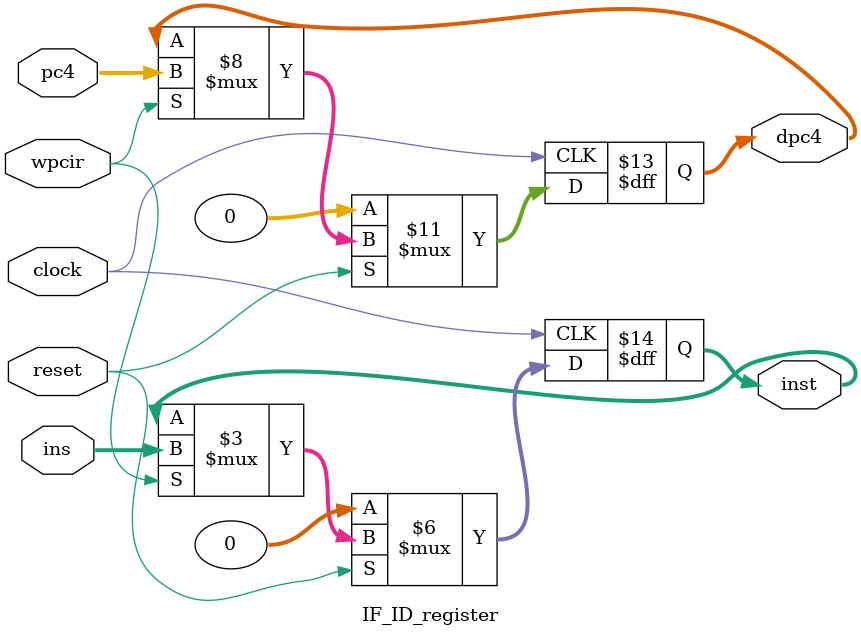
<source format=v>
module IF_ID_register (
    input [31:0] pc4, ins,
    input wpcir, clock, reset,
    output reg [31:0] dpc4, inst  
);
    always @(posedge clock) begin
        if(~reset) begin
            dpc4 <= 0;
            inst <= 0;
        end else begin
            if(wpcir) begin
                dpc4 <= pc4;
                inst <= ins;
            end
        end
    end
endmodule

</source>
